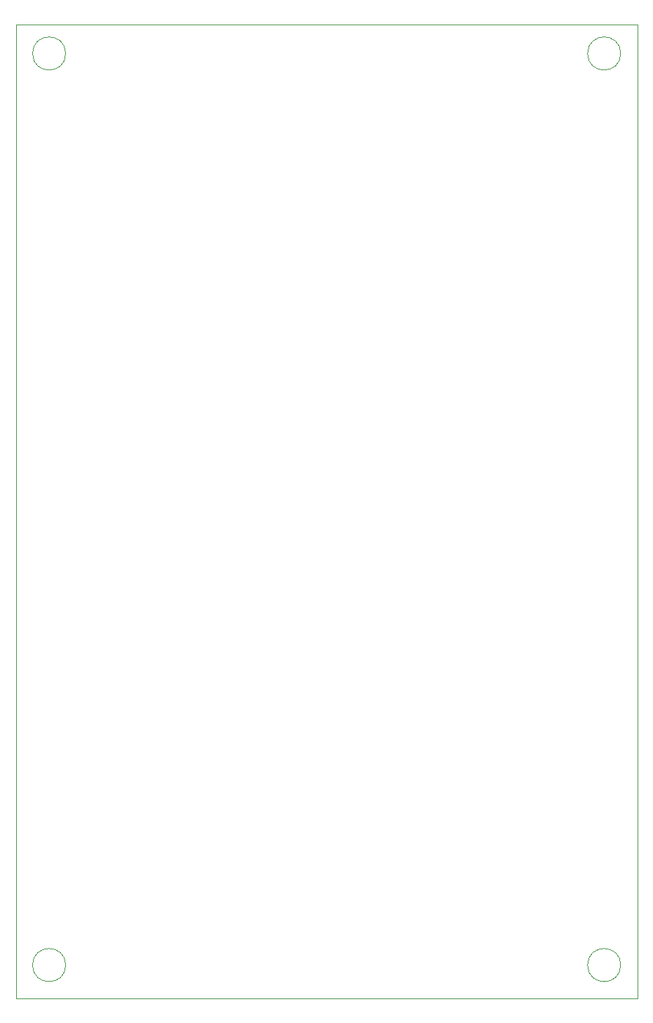
<source format=gbr>
%TF.GenerationSoftware,KiCad,Pcbnew,(7.0.0)*%
%TF.CreationDate,2024-01-24T13:48:02-03:00*%
%TF.ProjectId,Ducha,44756368-612e-46b6-9963-61645f706362,rev?*%
%TF.SameCoordinates,Original*%
%TF.FileFunction,Profile,NP*%
%FSLAX46Y46*%
G04 Gerber Fmt 4.6, Leading zero omitted, Abs format (unit mm)*
G04 Created by KiCad (PCBNEW (7.0.0)) date 2024-01-24 13:48:02*
%MOMM*%
%LPD*%
G01*
G04 APERTURE LIST*
%TA.AperFunction,Profile*%
%ADD10C,0.100000*%
%TD*%
G04 APERTURE END LIST*
D10*
X123000000Y-156000000D02*
G75*
G03*
X123000000Y-156000000I-2000000J0D01*
G01*
X56000000Y-46000000D02*
G75*
G03*
X56000000Y-46000000I-2000000J0D01*
G01*
X56000000Y-156000000D02*
G75*
G03*
X56000000Y-156000000I-2000000J0D01*
G01*
X123000000Y-46000000D02*
G75*
G03*
X123000000Y-46000000I-2000000J0D01*
G01*
X125000000Y-42500000D02*
X50000000Y-42500000D01*
X50000000Y-160000000D02*
X125000000Y-160000000D01*
X50000000Y-42500000D02*
X50000000Y-160000000D01*
X125000000Y-160000000D02*
X125000000Y-42500000D01*
M02*

</source>
